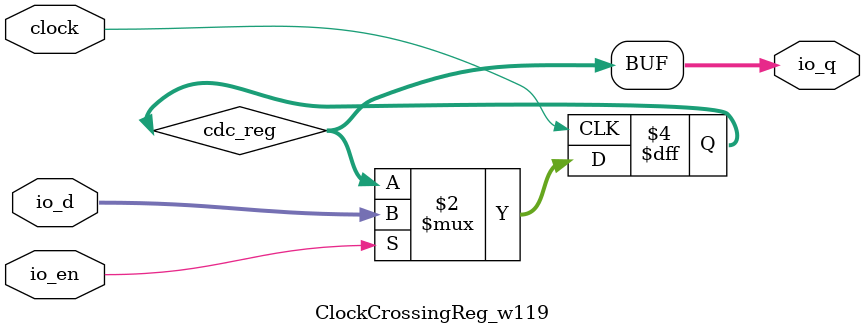
<source format=sv>
`ifndef RANDOMIZE
  `ifdef RANDOMIZE_REG_INIT
    `define RANDOMIZE
  `endif // RANDOMIZE_REG_INIT
`endif // not def RANDOMIZE
`ifndef RANDOMIZE
  `ifdef RANDOMIZE_MEM_INIT
    `define RANDOMIZE
  `endif // RANDOMIZE_MEM_INIT
`endif // not def RANDOMIZE

`ifndef RANDOM
  `define RANDOM $random
`endif // not def RANDOM

// Users can define 'PRINTF_COND' to add an extra gate to prints.
`ifndef PRINTF_COND_
  `ifdef PRINTF_COND
    `define PRINTF_COND_ (`PRINTF_COND)
  `else  // PRINTF_COND
    `define PRINTF_COND_ 1
  `endif // PRINTF_COND
`endif // not def PRINTF_COND_

// Users can define 'ASSERT_VERBOSE_COND' to add an extra gate to assert error printing.
`ifndef ASSERT_VERBOSE_COND_
  `ifdef ASSERT_VERBOSE_COND
    `define ASSERT_VERBOSE_COND_ (`ASSERT_VERBOSE_COND)
  `else  // ASSERT_VERBOSE_COND
    `define ASSERT_VERBOSE_COND_ 1
  `endif // ASSERT_VERBOSE_COND
`endif // not def ASSERT_VERBOSE_COND_

// Users can define 'STOP_COND' to add an extra gate to stop conditions.
`ifndef STOP_COND_
  `ifdef STOP_COND
    `define STOP_COND_ (`STOP_COND)
  `else  // STOP_COND
    `define STOP_COND_ 1
  `endif // STOP_COND
`endif // not def STOP_COND_

// Users can define INIT_RANDOM as general code that gets injected into the
// initializer block for modules with registers.
`ifndef INIT_RANDOM
  `define INIT_RANDOM
`endif // not def INIT_RANDOM

// If using random initialization, you can also define RANDOMIZE_DELAY to
// customize the delay used, otherwise 0.002 is used.
`ifndef RANDOMIZE_DELAY
  `define RANDOMIZE_DELAY 0.002
`endif // not def RANDOMIZE_DELAY

// Define INIT_RANDOM_PROLOG_ for use in our modules below.
`ifndef INIT_RANDOM_PROLOG_
  `ifdef RANDOMIZE
    `ifdef VERILATOR
      `define INIT_RANDOM_PROLOG_ `INIT_RANDOM
    `else  // VERILATOR
      `define INIT_RANDOM_PROLOG_ `INIT_RANDOM #`RANDOMIZE_DELAY begin end
    `endif // VERILATOR
  `else  // RANDOMIZE
    `define INIT_RANDOM_PROLOG_
  `endif // RANDOMIZE
`endif // not def INIT_RANDOM_PROLOG_

module ClockCrossingReg_w119(
  input          clock,
  input  [118:0] io_d,
  input          io_en,
  output [118:0] io_q
);

  reg [118:0] cdc_reg;	// @[Reg.scala:19:16]
  always @(posedge clock) begin
    if (io_en)
      cdc_reg <= io_d;	// @[Reg.scala:19:16]
  end // always @(posedge)
  `ifndef SYNTHESIS
    `ifdef FIRRTL_BEFORE_INITIAL
      `FIRRTL_BEFORE_INITIAL
    `endif // FIRRTL_BEFORE_INITIAL
    logic [31:0] _RANDOM_0;
    logic [31:0] _RANDOM_1;
    logic [31:0] _RANDOM_2;
    logic [31:0] _RANDOM_3;
    initial begin
      `ifdef INIT_RANDOM_PROLOG_
        `INIT_RANDOM_PROLOG_
      `endif // INIT_RANDOM_PROLOG_
      `ifdef RANDOMIZE_REG_INIT
        _RANDOM_0 = `RANDOM;
        _RANDOM_1 = `RANDOM;
        _RANDOM_2 = `RANDOM;
        _RANDOM_3 = `RANDOM;
        cdc_reg = {_RANDOM_0, _RANDOM_1, _RANDOM_2, _RANDOM_3[22:0]};	// @[Reg.scala:19:16]
      `endif // RANDOMIZE_REG_INIT
    end // initial
    `ifdef FIRRTL_AFTER_INITIAL
      `FIRRTL_AFTER_INITIAL
    `endif // FIRRTL_AFTER_INITIAL
  `endif // not def SYNTHESIS
  assign io_q = cdc_reg;	// @[Reg.scala:19:16]
endmodule


</source>
